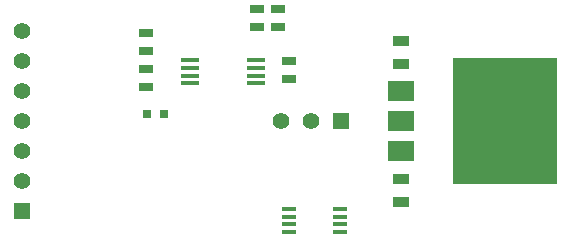
<source format=gbs>
G04 (created by PCBNEW (2013-07-07 BZR 4022)-stable) date 1/28/2014 11:43:37 AM*
%MOIN*%
G04 Gerber Fmt 3.4, Leading zero omitted, Abs format*
%FSLAX34Y34*%
G01*
G70*
G90*
G04 APERTURE LIST*
%ADD10C,0.00590551*%
%ADD11R,0.055X0.055*%
%ADD12C,0.055*%
%ADD13R,0.055X0.035*%
%ADD14R,0.35X0.42*%
%ADD15R,0.09X0.07*%
%ADD16R,0.0629921X0.011811*%
%ADD17R,0.045X0.025*%
%ADD18R,0.0314X0.0314*%
%ADD19R,0.05X0.015*%
G04 APERTURE END LIST*
G54D10*
G54D11*
X85950Y-55450D03*
G54D12*
X84950Y-55450D03*
X83950Y-55450D03*
G54D13*
X87950Y-57375D03*
X87950Y-58125D03*
X87950Y-53525D03*
X87950Y-52775D03*
G54D14*
X91400Y-55450D03*
G54D15*
X87950Y-55450D03*
X87950Y-56450D03*
X87950Y-54450D03*
G54D11*
X75300Y-58450D03*
G54D12*
X75300Y-57450D03*
X75300Y-56450D03*
X75300Y-55450D03*
X75300Y-54450D03*
X75300Y-53450D03*
X75300Y-52450D03*
G54D16*
X80897Y-54183D03*
X80897Y-53927D03*
X80897Y-53672D03*
X80897Y-53416D03*
X83102Y-53416D03*
X83102Y-53672D03*
X83102Y-53927D03*
X83102Y-54183D03*
G54D17*
X83150Y-51700D03*
X83150Y-52300D03*
X79450Y-52500D03*
X79450Y-53100D03*
X79450Y-53700D03*
X79450Y-54300D03*
X83850Y-52300D03*
X83850Y-51700D03*
X84200Y-53450D03*
X84200Y-54050D03*
G54D18*
X79455Y-55200D03*
X80045Y-55200D03*
G54D19*
X84200Y-59134D03*
X84200Y-58878D03*
X84200Y-58622D03*
X84200Y-58366D03*
X85900Y-58366D03*
X85900Y-58622D03*
X85900Y-58878D03*
X85900Y-59134D03*
M02*

</source>
